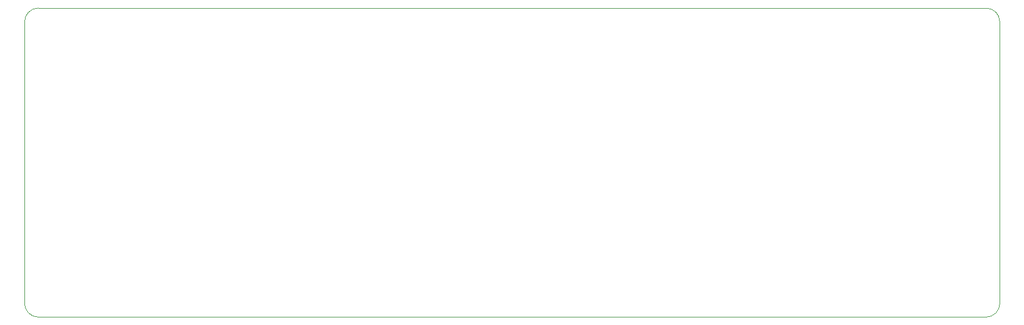
<source format=gm1>
G04 #@! TF.GenerationSoftware,KiCad,Pcbnew,9.0.2-9.0.2-0~ubuntu22.04.1*
G04 #@! TF.CreationDate,2025-06-09T06:11:20+02:00*
G04 #@! TF.ProjectId,amp_board_Rev-A,616d705f-626f-4617-9264-5f5265762d41,rev?*
G04 #@! TF.SameCoordinates,Original*
G04 #@! TF.FileFunction,Profile,NP*
%FSLAX46Y46*%
G04 Gerber Fmt 4.6, Leading zero omitted, Abs format (unit mm)*
G04 Created by KiCad (PCBNEW 9.0.2-9.0.2-0~ubuntu22.04.1) date 2025-06-09 06:11:20*
%MOMM*%
%LPD*%
G01*
G04 APERTURE LIST*
G04 #@! TA.AperFunction,Profile*
%ADD10C,0.050000*%
G04 #@! TD*
G04 APERTURE END LIST*
D10*
X221000000Y-103000000D02*
G75*
G02*
X219000000Y-105000000I-2000000J0D01*
G01*
X81000000Y-60000000D02*
X150000000Y-60000000D01*
X219000000Y-60000000D02*
G75*
G02*
X221000000Y-62000000I0J-2000000D01*
G01*
X219000000Y-105000000D02*
X150000000Y-105000000D01*
X221000000Y-62000000D02*
X221000000Y-103000000D01*
X79000000Y-62000000D02*
X79000000Y-103000000D01*
X150000000Y-60000000D02*
X219000000Y-60000000D01*
X150000000Y-105000000D02*
X81000000Y-105000000D01*
X79000000Y-62000000D02*
G75*
G02*
X81000000Y-60000000I2000000J0D01*
G01*
X81000000Y-105000000D02*
G75*
G02*
X79000000Y-103000000I0J2000000D01*
G01*
M02*

</source>
